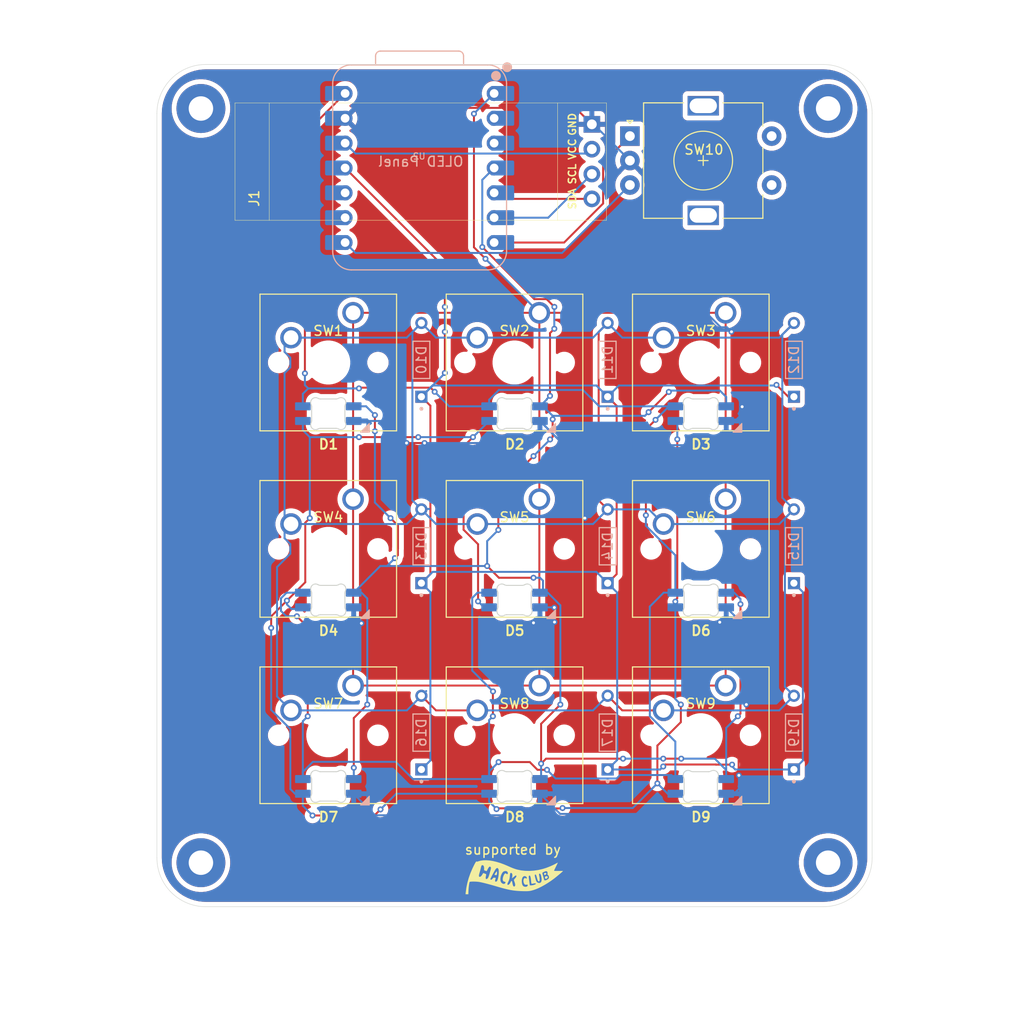
<source format=kicad_pcb>
(kicad_pcb (version 20241229) (generator "pcbnew") (generator_version "9.0")
  (layers (0 "F.Cu" signal) (2 "B.Cu" signal) (13 "F.Paste" user) (15 "B.Paste" user) (5 "F.SilkS" user "F.Silkscreen") (7 "B.SilkS" user "B.Silkscreen") (1 "F.Mask" user) (3 "B.Mask" user) (25 "Edge.Cuts" user))
  (net 0 "")
  (net 1 "GND")
  (net 2 "Net-(D1-DOUT)")
  (net 3 "/Row 0")
  (net 4 "+3.3V")
  (net 5 "/Row 1")
  (net 6 "Net-(D10-PadA)")
  (net 7 "+5V")
  (net 8 "/Row 2")
  (net 9 "/Col 0")
  (net 10 "/Col 1")
  (net 11 "/Col 2")
  (net 13 "/DIN")
  (net 14 "/SCL")
  (net 15 "/SDA")
  (net 16 "/OUT B")
  (net 17 "/OUT A")
  (footprint "MountingHole:MountingHole_2.5mm_Pad" (layer "F.Cu") (at 104.27 56.57125)
    (property "Reference" "H1" (hide yes))
    (property "Value" "MountingHole_Pad")
  )
  (footprint "main:SK6812MINI-E_fixed" (layer "F.Cu") (at 117.295 87.86225)
    (property "Reference" "D1")
    (property "Value" "SK6812MINI-E")
    (fp_line (start -1.699998 0.6) (end -1.699998 -0.805684) (stroke (width 0.1)) (layer "Edge.Cuts"))
    (fp_line (start -0.794451 -1.602841) (end 0.794454 -1.602841) (stroke (width 0.1)) (layer "Edge.Cuts"))
    (fp_line (start 0.794453 1.397158) (end -0.794451 1.397158) (stroke (width 0.1)) (layer "Edge.Cuts"))
    (fp_line (start 1.7 -0.805684) (end 1.7 0.6) (stroke (width 0.1)) (layer "Edge.Cuts"))
    (fp_arc (start -1.749483 -1.022562) (mid -1.712526 -0.91691) (end -1.699998 -0.805684) (stroke (width 0.1)) (layer "Edge.Cuts"))
    (fp_arc (start -1.749483 -1.022562) (mid -1.63807 -1.606877) (end -1.04671 -1.671141) (stroke (width 0.1)) (layer "Edge.Cuts"))
    (fp_arc (start -1.699998 0.600001) (mid -1.712526 0.711226) (end -1.749483 0.816878) (stroke (width 0.1)) (layer "Edge.Cuts"))
    (fp_arc (start -1.04671 1.465455) (mid -1.638069 1.401192) (end -1.749483 0.816878) (stroke (width 0.1)) (layer "Edge.Cuts"))
    (fp_arc (start -1.046709 1.465457) (mid -0.925121 1.414535) (end -0.794451 1.397158) (stroke (width 0.1)) (layer "Edge.Cuts"))
    (fp_arc (start -0.794452 -1.602842) (mid -0.925122 -1.620219) (end -1.04671 -1.671141) (stroke (width 0.1)) (layer "Edge.Cuts"))
    (fp_arc (start 0.794453 1.397158) (mid 0.925124 1.414535) (end 1.046712 1.465457) (stroke (width 0.1)) (layer "Edge.Cuts"))
    (fp_arc (start 1.046712 -1.67114) (mid 0.925124 -1.620218) (end 0.794454 -1.602841) (stroke (width 0.1)) (layer "Edge.Cuts"))
    (fp_arc (start 1.046712 -1.67114) (mid 1.638072 -1.606876) (end 1.749485 -1.022562) (stroke (width 0.1)) (layer "Edge.Cuts"))
    (fp_arc (start 1.7 -0.805685) (mid 1.712528 -0.91691) (end 1.749485 -1.022562) (stroke (width 0.1)) (layer "Edge.Cuts"))
    (fp_arc (start 1.749485 0.816877) (mid 1.638073 1.401193) (end 1.046712 1.465457) (stroke (width 0.1)) (layer "Edge.Cuts"))
    (fp_arc (start 1.749485 0.816878) (mid 1.712528 0.711226) (end 1.7 0.6) (stroke (width 0.1)) (layer "Edge.Cuts"))
  )
  (footprint "main:SK6812MINI-E_fixed" (layer "F.Cu") (at 136.345 87.86225)
    (property "Reference" "D2")
    (property "Value" "SK6812MINI-E")
    (fp_line (start -1.699998 0.6) (end -1.699998 -0.805684) (stroke (width 0.1)) (layer "Edge.Cuts"))
    (fp_line (start -0.794451 -1.602841) (end 0.794454 -1.602841) (stroke (width 0.1)) (layer "Edge.Cuts"))
    (fp_line (start 0.794453 1.397158) (end -0.794451 1.397158) (stroke (width 0.1)) (layer "Edge.Cuts"))
    (fp_line (start 1.7 -0.805684) (end 1.7 0.6) (stroke (width 0.1)) (layer "Edge.Cuts"))
    (fp_arc (start -1.749483 -1.022562) (mid -1.712526 -0.91691) (end -1.699998 -0.805684) (stroke (width 0.1)) (layer "Edge.Cuts"))
    (fp_arc (start -1.749483 -1.022562) (mid -1.63807 -1.606877) (end -1.04671 -1.671141) (stroke (width 0.1)) (layer "Edge.Cuts"))
    (fp_arc (start -1.699998 0.600001) (mid -1.712526 0.711226) (end -1.749483 0.816878) (stroke (width 0.1)) (layer "Edge.Cuts"))
    (fp_arc (start -1.04671 1.465455) (mid -1.638069 1.401192) (end -1.749483 0.816878) (stroke (width 0.1)) (layer "Edge.Cuts"))
    (fp_arc (start -1.046709 1.465457) (mid -0.925121 1.414535) (end -0.794451 1.397158) (stroke (width 0.1)) (layer "Edge.Cuts"))
    (fp_arc (start -0.794452 -1.602842) (mid -0.925122 -1.620219) (end -1.04671 -1.671141) (stroke (width 0.1)) (layer "Edge.Cuts"))
    (fp_arc (start 0.794453 1.397158) (mid 0.925124 1.414535) (end 1.046712 1.465457) (stroke (width 0.1)) (layer "Edge.Cuts"))
    (fp_arc (start 1.046712 -1.67114) (mid 0.925124 -1.620218) (end 0.794454 -1.602841) (stroke (width 0.1)) (layer "Edge.Cuts"))
    (fp_arc (start 1.046712 -1.67114) (mid 1.638072 -1.606876) (end 1.749485 -1.022562) (stroke (width 0.1)) (layer "Edge.Cuts"))
    (fp_arc (start 1.7 -0.805685) (mid 1.712528 -0.91691) (end 1.749485 -1.022562) (stroke (width 0.1)) (layer "Edge.Cuts"))
    (fp_arc (start 1.749485 0.816877) (mid 1.638073 1.401193) (end 1.046712 1.465457) (stroke (width 0.1)) (layer "Edge.Cuts"))
    (fp_arc (start 1.749485 0.816878) (mid 1.712528 0.711226) (end 1.7 0.6) (stroke (width 0.1)) (layer "Edge.Cuts"))
  )
  (footprint "MountingHole:MountingHole_2.5mm_Pad" (layer "F.Cu") (at 104.27 133.65725)
    (property "Reference" "H3" (hide yes))
    (property "Value" "MountingHole_Pad")
  )
  (footprint "Button_Switch_Keyboard:SW_Cherry_MX_1.00u_PCB" (layer "F.Cu") (at 157.935 96.50225)
    (property "Reference" "SW6")
    (property "Value" "SW_Push_45deg")
  )
  (footprint "Button_Switch_Keyboard:SW_Cherry_MX_1.00u_PCB" (layer "F.Cu") (at 138.885 96.50225)
    (property "Reference" "SW5")
    (property "Value" "SW_Push_45deg")
  )
  (footprint "Button_Switch_Keyboard:SW_Cherry_MX_1.00u_PCB" (layer "F.Cu") (at 157.935 115.55225)
    (property "Reference" "SW9")
    (property "Value" "SW_Push_45deg")
  )
  (footprint "main:SK6812MINI-E_fixed" (layer "F.Cu") (at 155.395 106.91225)
    (property "Reference" "D6")
    (property "Value" "SK6812MINI-E")
    (fp_line (start -1.699998 0.6) (end -1.699998 -0.805684) (stroke (width 0.1)) (layer "Edge.Cuts"))
    (fp_line (start -0.794451 -1.602841) (end 0.794454 -1.602841) (stroke (width 0.1)) (layer "Edge.Cuts"))
    (fp_line (start 0.794453 1.397158) (end -0.794451 1.397158) (stroke (width 0.1)) (layer "Edge.Cuts"))
    (fp_line (start 1.7 -0.805684) (end 1.7 0.6) (stroke (width 0.1)) (layer "Edge.Cuts"))
    (fp_arc (start -1.749483 -1.022562) (mid -1.712526 -0.91691) (end -1.699998 -0.805684) (stroke (width 0.1)) (layer "Edge.Cuts"))
    (fp_arc (start -1.749483 -1.022562) (mid -1.63807 -1.606877) (end -1.04671 -1.671141) (stroke (width 0.1)) (layer "Edge.Cuts"))
    (fp_arc (start -1.699998 0.600001) (mid -1.712526 0.711226) (end -1.749483 0.816878) (stroke (width 0.1)) (layer "Edge.Cuts"))
    (fp_arc (start -1.04671 1.465455) (mid -1.638069 1.401192) (end -1.749483 0.816878) (stroke (width 0.1)) (layer "Edge.Cuts"))
    (fp_arc (start -1.046709 1.465457) (mid -0.925121 1.414535) (end -0.794451 1.397158) (stroke (width 0.1)) (layer "Edge.Cuts"))
    (fp_arc (start -0.794452 -1.602842) (mid -0.925122 -1.620219) (end -1.04671 -1.671141) (stroke (width 0.1)) (layer "Edge.Cuts"))
    (fp_arc (start 0.794453 1.397158) (mid 0.925124 1.414535) (end 1.046712 1.465457) (stroke (width 0.1)) (layer "Edge.Cuts"))
    (fp_arc (start 1.046712 -1.67114) (mid 0.925124 -1.620218) (end 0.794454 -1.602841) (stroke (width 0.1)) (layer "Edge.Cuts"))
    (fp_arc (start 1.046712 -1.67114) (mid 1.638072 -1.606876) (end 1.749485 -1.022562) (stroke (width 0.1)) (layer "Edge.Cuts"))
    (fp_arc (start 1.7 -0.805685) (mid 1.712528 -0.91691) (end 1.749485 -1.022562) (stroke (width 0.1)) (layer "Edge.Cuts"))
    (fp_arc (start 1.749485 0.816877) (mid 1.638073 1.401193) (end 1.046712 1.465457) (stroke (width 0.1)) (layer "Edge.Cuts"))
    (fp_arc (start 1.749485 0.816878) (mid 1.712528 0.711226) (end 1.7 0.6) (stroke (width 0.1)) (layer "Edge.Cuts"))
  )
  (footprint "SSD1306:SSD1306-0.91-OLED-4pin-128x32" (layer "F.Cu") (at 107.754 55.99725)
    (property "Reference" "J1")
    (property "Value" "SSD1306")
  )
  (footprint "Button_Switch_Keyboard:SW_Cherry_MX_1.00u_PCB" (layer "F.Cu") (at 119.835 115.55225)
    (property "Reference" "SW7")
    (property "Value" "SW_Push_45deg")
  )
  (footprint "main:SK6812MINI-E_fixed" (layer "F.Cu") (at 155.395 125.96225)
    (property "Reference" "D9")
    (property "Value" "SK6812MINI-E")
    (fp_line (start -1.699998 0.6) (end -1.699998 -0.805684) (stroke (width 0.1)) (layer "Edge.Cuts"))
    (fp_line (start -0.794451 -1.602841) (end 0.794454 -1.602841) (stroke (width 0.1)) (layer "Edge.Cuts"))
    (fp_line (start 0.794453 1.397158) (end -0.794451 1.397158) (stroke (width 0.1)) (layer "Edge.Cuts"))
    (fp_line (start 1.7 -0.805684) (end 1.7 0.6) (stroke (width 0.1)) (layer "Edge.Cuts"))
    (fp_arc (start -1.749483 -1.022562) (mid -1.712526 -0.91691) (end -1.699998 -0.805684) (stroke (width 0.1)) (layer "Edge.Cuts"))
    (fp_arc (start -1.749483 -1.022562) (mid -1.63807 -1.606877) (end -1.04671 -1.671141) (stroke (width 0.1)) (layer "Edge.Cuts"))
    (fp_arc (start -1.699998 0.600001) (mid -1.712526 0.711226) (end -1.749483 0.816878) (stroke (width 0.1)) (layer "Edge.Cuts"))
    (fp_arc (start -1.04671 1.465455) (mid -1.638069 1.401192) (end -1.749483 0.816878) (stroke (width 0.1)) (layer "Edge.Cuts"))
    (fp_arc (start -1.046709 1.465457) (mid -0.925121 1.414535) (end -0.794451 1.397158) (stroke (width 0.1)) (layer "Edge.Cuts"))
    (fp_arc (start -0.794452 -1.602842) (mid -0.925122 -1.620219) (end -1.04671 -1.671141) (stroke (width 0.1)) (layer "Edge.Cuts"))
    (fp_arc (start 0.794453 1.397158) (mid 0.925124 1.414535) (end 1.046712 1.465457) (stroke (width 0.1)) (layer "Edge.Cuts"))
    (fp_arc (start 1.046712 -1.67114) (mid 0.925124 -1.620218) (end 0.794454 -1.602841) (stroke (width 0.1)) (layer "Edge.Cuts"))
    (fp_arc (start 1.046712 -1.67114) (mid 1.638072 -1.606876) (end 1.749485 -1.022562) (stroke (width 0.1)) (layer "Edge.Cuts"))
    (fp_arc (start 1.7 -0.805685) (mid 1.712528 -0.91691) (end 1.749485 -1.022562) (stroke (width 0.1)) (layer "Edge.Cuts"))
    (fp_arc (start 1.749485 0.816877) (mid 1.638073 1.401193) (end 1.046712 1.465457) (stroke (width 0.1)) (layer "Edge.Cuts"))
    (fp_arc (start 1.749485 0.816878) (mid 1.712528 0.711226) (end 1.7 0.6) (stroke (width 0.1)) (layer "Edge.Cuts"))
  )
  (footprint "main:SK6812MINI-E_fixed" (layer "F.Cu") (at 117.295 106.91225)
    (property "Reference" "D4")
    (property "Value" "SK6812MINI-E")
    (fp_line (start -1.699998 0.6) (end -1.699998 -0.805684) (stroke (width 0.1)) (layer "Edge.Cuts"))
    (fp_line (start -0.794451 -1.602841) (end 0.794454 -1.602841) (stroke (width 0.1)) (layer "Edge.Cuts"))
    (fp_line (start 0.794453 1.397158) (end -0.794451 1.397158) (stroke (width 0.1)) (layer "Edge.Cuts"))
    (fp_line (start 1.7 -0.805684) (end 1.7 0.6) (stroke (width 0.1)) (layer "Edge.Cuts"))
    (fp_arc (start -1.749483 -1.022562) (mid -1.712526 -0.91691) (end -1.699998 -0.805684) (stroke (width 0.1)) (layer "Edge.Cuts"))
    (fp_arc (start -1.749483 -1.022562) (mid -1.63807 -1.606877) (end -1.04671 -1.671141) (stroke (width 0.1)) (layer "Edge.Cuts"))
    (fp_arc (start -1.699998 0.600001) (mid -1.712526 0.711226) (end -1.749483 0.816878) (stroke (width 0.1)) (layer "Edge.Cuts"))
    (fp_arc (start -1.04671 1.465455) (mid -1.638069 1.401192) (end -1.749483 0.816878) (stroke (width 0.1)) (layer "Edge.Cuts"))
    (fp_arc (start -1.046709 1.465457) (mid -0.925121 1.414535) (end -0.794451 1.397158) (stroke (width 0.1)) (layer "Edge.Cuts"))
    (fp_arc (start -0.794452 -1.602842) (mid -0.925122 -1.620219) (end -1.04671 -1.671141) (stroke (width 0.1)) (layer "Edge.Cuts"))
    (fp_arc (start 0.794453 1.397158) (mid 0.925124 1.414535) (end 1.046712 1.465457) (stroke (width 0.1)) (layer "Edge.Cuts"))
    (fp_arc (start 1.046712 -1.67114) (mid 0.925124 -1.620218) (end 0.794454 -1.602841) (stroke (width 0.1)) (layer "Edge.Cuts"))
    (fp_arc (start 1.046712 -1.67114) (mid 1.638072 -1.606876) (end 1.749485 -1.022562) (stroke (width 0.1)) (layer "Edge.Cuts"))
    (fp_arc (start 1.7 -0.805685) (mid 1.712528 -0.91691) (end 1.749485 -1.022562) (stroke (width 0.1)) (layer "Edge.Cuts"))
    (fp_arc (start 1.749485 0.816877) (mid 1.638073 1.401193) (end 1.046712 1.465457) (stroke (width 0.1)) (layer "Edge.Cuts"))
    (fp_arc (start 1.749485 0.816878) (mid 1.712528 0.711226) (end 1.7 0.6) (stroke (width 0.1)) (layer "Edge.Cuts"))
  )
  (footprint "Button_Switch_Keyboard:SW_Cherry_MX_1.00u_PCB" (layer "F.Cu") (at 138.885 77.45225)
    (property "Reference" "SW2")
    (property "Value" "SW_Push_45deg")
  )
  (footprint "Rotary_Encoder:RotaryEncoder_Alps_EC11E-Switch_Vertical_H20mm" (layer "F.Cu") (at 148.145 59.39225)
    (property "Reference" "SW10")
    (property "Value" "RotaryEncoder_Switch" (hide yes))
  )
  (footprint "Button_Switch_Keyboard:SW_Cherry_MX_1.00u_PCB" (layer "F.Cu") (at 119.835 77.45225)
    (property "Reference" "SW1")
    (property "Value" "SW_Push_45deg")
  )
  (footprint "MountingHole:MountingHole_2.5mm_Pad" (layer "F.Cu") (at 168.42 133.65725)
    (property "Reference" "H4" (hide yes))
    (property "Value" "MountingHole_Pad")
  )
  (footprint "LOGO" (layer "F.Cu") (at 136.345 135.15725)
    (property "Reference" "G***" (hide yes))
    (property "Value" "LOGO" (hide yes))
  )
  (footprint "main:SK6812MINI-E_fixed" (layer "F.Cu") (at 136.345 125.96225)
    (property "Reference" "D8")
    (property "Value" "SK6812MINI-E")
    (fp_line (start -1.699998 0.6) (end -1.699998 -0.805684) (stroke (width 0.1)) (layer "Edge.Cuts"))
    (fp_line (start -0.794451 -1.602841) (end 0.794454 -1.602841) (stroke (width 0.1)) (layer "Edge.Cuts"))
    (fp_line (start 0.794453 1.397158) (end -0.794451 1.397158) (stroke (width 0.1)) (layer "Edge.Cuts"))
    (fp_line (start 1.7 -0.805684) (end 1.7 0.6) (stroke (width 0.1)) (layer "Edge.Cuts"))
    (fp_arc (start -1.749483 -1.022562) (mid -1.712526 -0.91691) (end -1.699998 -0.805684) (stroke (width 0.1)) (layer "Edge.Cuts"))
    (fp_arc (start -1.749483 -1.022562) (mid -1.63807 -1.606877) (end -1.04671 -1.671141) (stroke (width 0.1)) (layer "Edge.Cuts"))
    (fp_arc (start -1.699998 0.600001) (mid -1.712526 0.711226) (end -1.749483 0.816878) (stroke (width 0.1)) (layer "Edge.Cuts"))
    (fp_arc (start -1.04671 1.465455) (mid -1.638069 1.401192) (end -1.749483 0.816878) (stroke (width 0.1)) (layer "Edge.Cuts"))
    (fp_arc (start -1.046709 1.465457) (mid -0.925121 1.414535) (end -0.794451 1.397158) (stroke (width 0.1)) (layer "Edge.Cuts"))
    (fp_arc (start -0.794452 -1.602842) (mid -0.925122 -1.620219) (end -1.04671 -1.671141) (stroke (width 0.1)) (layer "Edge.Cuts"))
    (fp_arc (start 0.794453 1.397158) (mid 0.925124 1.414535) (end 1.046712 1.465457) (stroke (width 0.1)) (layer "Edge.Cuts"))
    (fp_arc (start 1.046712 -1.67114) (mid 0.925124 -1.620218) (end 0.794454 -1.602841) (stroke (width 0.1)) (layer "Edge.Cuts"))
    (fp_arc (start 1.046712 -1.67114) (mid 1.638072 -1.606876) (end 1.749485 -1.022562) (stroke (width 0.1)) (layer "Edge.Cuts"))
    (fp_arc (start 1.7 -0.805685) (mid 1.712528 -0.91691) (end 1.749485 -1.022562) (stroke (width 0.1)) (layer "Edge.Cuts"))
    (fp_arc (start 1.749485 0.816877) (mid 1.638073 1.401193) (end 1.046712 1.465457) (stroke (width 0.1)) (layer "Edge.Cuts"))
    (fp_arc (start 1.749485 0.816878) (mid 1.712528 0.711226) (end 1.7 0.6) (stroke (width 0.1)) (layer "Edge.Cuts"))
  )
  (footprint "Button_Switch_Keyboard:SW_Cherry_MX_1.00u_PCB" (layer "F.Cu") (at 157.935 77.45225)
    (property "Reference" "SW3")
    (property "Value" "SW_Push_45deg")
  )
  (footprint "Button_Switch_Keyboard:SW_Cherry_MX_1.00u_PCB" (layer "F.Cu") (at 138.885 115.55225)
    (property "Reference" "SW8")
    (property "Value" "SW_Push_45deg")
  )
  (footprint "MountingHole:MountingHole_2.5mm_Pad" (layer "F.Cu") (at 168.42 56.57125)
    (property "Reference" "H2" (hide yes))
    (property "Value" "MountingHole_Pad")
  )
  (footprint "main:SK6812MINI-E_fixed" (layer "F.Cu") (at 136.345 106.91225)
    (property "Reference" "D5")
    (property "Value" "SK6812MINI-E")
    (fp_line (start -1.699998 0.6) (end -1.699998 -0.805684) (stroke (width 0.1)) (layer "Edge.Cuts"))
    (fp_line (start -0.794451 -1.602841) (end 0.794454 -1.602841) (stroke (width 0.1)) (layer "Edge.Cuts"))
    (fp_line (start 0.794453 1.397158) (end -0.794451 1.397158) (stroke (width 0.1)) (layer "Edge.Cuts"))
    (fp_line (start 1.7 -0.805684) (end 1.7 0.6) (stroke (width 0.1)) (layer "Edge.Cuts"))
    (fp_arc (start -1.749483 -1.022562) (mid -1.712526 -0.91691) (end -1.699998 -0.805684) (stroke (width 0.1)) (layer "Edge.Cuts"))
    (fp_arc (start -1.749483 -1.022562) (mid -1.63807 -1.606877) (end -1.04671 -1.671141) (stroke (width 0.1)) (layer "Edge.Cuts"))
    (fp_arc (start -1.699998 0.600001) (mid -1.712526 0.711226) (end -1.749483 0.816878) (stroke (width 0.1)) (layer "Edge.Cuts"))
    (fp_arc (start -1.04671 1.465455) (mid -1.638069 1.401192) (end -1.749483 0.816878) (stroke (width 0.1)) (layer "Edge.Cuts"))
    (fp_arc (start -1.046709 1.465457) (mid -0.925121 1.414535) (end -0.794451 1.397158) (stroke (width 0.1)) (layer "Edge.Cuts"))
    (fp_arc (start -0.794452 -1.602842) (mid -0.925122 -1.620219) (end -1.04671 -1.671141) (stroke (width 0.1)) (layer "Edge.Cuts"))
    (fp_arc (start 0.794453 1.397158) (mid 0.925124 1.414535) (end 1.046712 1.465457) (stroke (width 0.1)) (layer "Edge.Cuts"))
    (fp_arc (start 1.046712 -1.67114) (mid 0.925124 -1.620218) (end 0.794454 -1.602841) (stroke (width 0.1)) (layer "Edge.Cuts"))
    (fp_arc (start 1.046712 -1.67114) (mid 1.638072 -1.606876) (end 1.749485 -1.022562) (stroke (width 0.1)) (layer "Edge.Cuts"))
    (fp_arc (start 1.7 -0.805685) (mid 1.712528 -0.91691) (end 1.749485 -1.022562) (stroke (width 0.1)) (layer "Edge.Cuts"))
    (fp_arc (start 1.749485 0.816877) (mid 1.638073 1.401193) (end 1.046712 1.465457) (stroke (width 0.1)) (layer "Edge.Cuts"))
    (fp_arc (start 1.749485 0.816878) (mid 1.712528 0.711226) (end 1.7 0.6) (stroke (width 0.1)) (layer "Edge.Cuts"))
  )
  (footprint "main:SK6812MINI-E_fixed" (layer "F.Cu") (at 117.295 125.96225)
    (property "Reference" "D7")
    (property "Value" "SK6812MINI-E")
    (fp_line (start -1.699998 0.6) (end -1.699998 -0.805684) (stroke (width 0.1)) (layer "Edge.Cuts"))
    (fp_line (start -0.794451 -1.602841) (end 0.794454 -1.602841) (stroke (width 0.1)) (layer "Edge.Cuts"))
    (fp_line (start 0.794453 1.397158) (end -0.794451 1.397158) (stroke (width 0.1)) (layer "Edge.Cuts"))
    (fp_line (start 1.7 -0.805684) (end 1.7 0.6) (stroke (width 0.1)) (layer "Edge.Cuts"))
    (fp_arc (start -1.749483 -1.022562) (mid -1.712526 -0.91691) (end -1.699998 -0.805684) (stroke (width 0.1)) (layer "Edge.Cuts"))
    (fp_arc (start -1.749483 -1.022562) (mid -1.63807 -1.606877) (end -1.04671 -1.671141) (stroke (width 0.1)) (layer "Edge.Cuts"))
    (fp_arc (start -1.699998 0.600001) (mid -1.712526 0.711226) (end -1.749483 0.816878) (stroke (width 0.1)) (layer "Edge.Cuts"))
    (fp_arc (start -1.04671 1.465455) (mid -1.638069 1.401192) (end -1.749483 0.816878) (stroke (width 0.1)) (layer "Edge.Cuts"))
    (fp_arc (start -1.046709 1.465457) (mid -0.925121 1.414535) (end -0.794451 1.397158) (stroke (width 0.1)) (layer "Edge.Cuts"))
    (fp_arc (start -0.794452 -1.602842) (mid -0.925122 -1.620219) (end -1.04671 -1.671141) (stroke (width 0.1)) (layer "Edge.Cuts"))
    (fp_arc (start 0.794453 1.397158) (mid 0.925124 1.414535) (end 1.046712 1.465457) (stroke (width 0.1)) (layer "Edge.Cuts"))
    (fp_arc (start 1.046712 -1.67114) (mid 0.925124 -1.620218) (end 0.794454 -1.602841) (stroke (width 0.1)) (layer "Edge.Cuts"))
    (fp_arc (start 1.046712 -1.67114) (mid 1.638072 -1.606876) (end 1.749485 -1.022562) (stroke (width 0.1)) (layer "Edge.Cuts"))
    (fp_arc (start 1.7 -0.805685) (mid 1.712528 -0.91691) (end 1.749485 -1.022562) (stroke (width 0.1)) (layer "Edge.Cuts"))
    (fp_arc (start 1.749485 0.816877) (mid 1.638073 1.401193) (end 1.046712 1.465457) (stroke (width 0.1)) (layer "Edge.Cuts"))
    (fp_arc (start 1.749485 0.816878) (mid 1.712528 0.711226) (end 1.7 0.6) (stroke (width 0.1)) (layer "Edge.Cuts"))
  )
  (footprint "Button_Switch_Keyboard:SW_Cherry_MX_1.00u_PCB" (layer "F.Cu") (at 119.835 96.50225)
    (property "Reference" "SW4")
    (property "Value" "SW_Push_45deg")
  )
  (footprint "main:SK6812MINI-E_fixed" (layer "F.Cu") (at 155.395 87.86225)
    (property "Reference" "D3")
    (property "Value" "SK6812MINI-E")
    (fp_line (start -1.699998 0.6) (end -1.699998 -0.805684) (stroke (width 0.1)) (layer "Edge.Cuts"))
    (fp_line (start -0.794451 -1.602841) (end 0.794454 -1.602841) (stroke (width 0.1)) (layer "Edge.Cuts"))
    (fp_line (start 0.794453 1.397158) (end -0.794451 1.397158) (stroke (width 0.1)) (layer "Edge.Cuts"))
    (fp_line (start 1.7 -0.805684) (end 1.7 0.6) (stroke (width 0.1)) (layer "Edge.Cuts"))
    (fp_arc (start -1.749483 -1.022562) (mid -1.712526 -0.91691) (end -1.699998 -0.805684) (stroke (width 0.1)) (layer "Edge.Cuts"))
    (fp_arc (start -1.749483 -1.022562) (mid -1.63807 -1.606877) (end -1.04671 -1.671141) (stroke (width 0.1)) (layer "Edge.Cuts"))
    (fp_arc (start -1.699998 0.600001) (mid -1.712526 0.711226) (end -1.749483 0.816878) (stroke (width 0.1)) (layer "Edge.Cuts"))
    (fp_arc (start -1.04671 1.465455) (mid -1.638069 1.401192) (end -1.749483 0.816878) (stroke (width 0.1)) (layer "Edge.Cuts"))
    (fp_arc (start -1.046709 1.465457) (mid -0.925121 1.414535) (end -0.794451 1.397158) (stroke (width 0.1)) (layer "Edge.Cuts"))
    (fp_arc (start -0.794452 -1.602842) (mid -0.925122 -1.620219) (end -1.04671 -1.671141) (stroke (width 0.1)) (layer "Edge.Cuts"))
    (fp_arc (start 0.794453 1.397158) (mid 0.925124 1.414535) (end 1.046712 1.465457) (stroke (width 0.1)) (layer "Edge.Cuts"))
    (fp_arc (start 1.046712 -1.67114) (mid 0.925124 -1.620218) (end 0.794454 -1.602841) (stroke (width 0.1)) (layer "Edge.Cuts"))
    (fp_arc (start 1.046712 -1.67114) (mid 1.638072 -1.606876) (end 1.749485 -1.022562) (stroke (width 0.1)) (layer "Edge.Cuts"))
    (fp_arc (start 1.7 -0.805685) (mid 1.712528 -0.91691) (end 1.749485 -1.022562) (stroke (width 0.1)) (layer "Edge.Cuts"))
    (fp_arc (start 1.749485 0.816877) (mid 1.638073 1.401193) (end 1.046712 1.465457) (stroke (width 0.1)) (layer "Edge.Cuts"))
    (fp_arc (start 1.749485 0.816878) (mid 1.712528 0.711226) (end 1.7 0.6) (stroke (width 0.1)) (layer "Edge.Cuts"))
  )
  (footprint "1N4148:DIOAD753W49L380D172B" (layer "B.Cu") (at 126.82 82.2635 90)
    (property "Reference" "D10")
    (property "Value" "1N4148")
  )
  (footprint "1N4148:DIOAD753W49L380D172B" (layer "B.Cu") (at 164.92 120.3635 90)
    (property "Reference" "D19")
    (property "Value" "1N4148")
  )
  (footprint "footprints:XIAO-RP2040-DIP" (layer "B.Cu") (at 126.639 62.65075 180)
    (property "Reference" "U2")
    (property "Value" "MOUDLE-SEEEDUINO-XIAO")
  )
  (footprint "1N4148:DIOAD753W49L380D172B" (layer "B.Cu") (at 145.87 101.3135 90)
    (property "Reference" "D14")
    (property "Value" "1N4148")
  )
  (footprint "1N4148:DIOAD753W49L380D172B" (layer "B.Cu") (at 126.82 101.3135 90)
    (property "Reference" "D13")
    (property "Value" "1N4148")
  )
  (footprint "1N4148:DIOAD753W49L380D172B" (layer "B.Cu") (at 145.87 82.2635 90)
    (property "Reference" "D11")
    (property "Value" "1N4148")
  )
  (footprint "1N4148:DIOAD753W49L380D172B" (layer "B.Cu") (at 145.87 120.3635 90)
    (property "Reference" "D17")
    (property "Value" "1N4148")
  )
  (footprint "1N4148:DIOAD753W49L380D172B" (layer "B.Cu") (at 164.92 82.2635 90)
    (property "Reference" "D12")
    (property "Value" "1N4148")
  )
  (footprint "1N4148:DIOAD753W49L380D172B" (layer "B.Cu") (at 164.92 101.3135 90)
    (property "Reference" "D15")
    (property "Value" "1N4148")
  )
  (footprint "1N4148:DIOAD753W49L380D172B" (layer "B.Cu") (at 126.82 120.3635 90)
    (property "Reference" "D16")
    (property "Value" "1N4148")
  )
  (gr_arc (start 99.77 57.07125) (mid 101.234466 53.535716) (end 104.77 52.07125) (stroke (width 0.05)) (layer "Edge.Cuts"))
  (gr_line (start 99.77 133.15725) (end 99.77 57.07125) (stroke (width 0.05)) (layer "Edge.Cuts"))
  (gr_arc (start 167.92 52.07125) (mid 171.455534 53.535716) (end 172.92 57.07125) (stroke (width 0.05)) (layer "Edge.Cuts"))
  (gr_line (start 167.92 138.15725) (end 104.77 138.15725) (stroke (width 0.05)) (layer "Edge.Cuts"))
  (gr_line (start 104.77 52.07125) (end 167.92 52.07125) (stroke (width 0.05)) (layer "Edge.Cuts"))
  (gr_arc (start 104.77 138.15725) (mid 101.234466 136.692784) (end 99.77 133.15725) (stroke (width 0.05)) (layer "Edge.Cuts"))
  (gr_arc (start 172.92 133.15725) (mid 171.455534 136.692784) (end 167.92 138.15725) (stroke (width 0.05)) (layer "Edge.Cuts"))
  (gr_line (start 172.92 57.07125) (end 172.92 133.15725) (stroke (width 0.05)) (layer "Edge.Cuts"))
  (gr_text "supported by" (at 131.172765 132.90725 0) (layer "F.SilkS") (effects (font (size 1 1)) (justify left bottom)))
  (segment (start 142.5745 56.50775) (end 120.082 56.50775) (width 0.2) (layer "F.Cu") (net 1))
  (segment (start 159.625 86.14225) (end 158.535 85.05225) (width 0.2) (layer "F.Cu") (net 1))
  (segment (start 159.293656 124.732) (end 159.265 124.703344) (width 0.2) (layer "F.Cu") (net 1))
  (segment (start 160.055 118.832193) (end 160.055 117.49225) (width 0.2) (layer "F.Cu") (net 1))
  (segment (start 138.235 109.19225) (end 138.285 109.14225) (width 0.2) (layer "F.Cu") (net 1))
  (segment (start 140.415736 107.578672) (end 143.535 104.459408) (width 0.2) (layer "F.Cu") (net 1))
  (segment (start 125.3 90.76225) (end 127.14 90.76225) (width 0.2) (layer "F.Cu") (net 1))
  (segment (start 120.685 109.19225) (end 138.235 109.19225) (width 0.2) (layer "F.Cu") (net 1))
  (segment (start 159.265 119.622193) (end 160.055 118.832193) (width 0.2) (layer "F.Cu") (net 1))
  (segment (start 144.254 58.18725) (end 142.5745 56.50775) (width 0.2) (layer "F.Cu") (net 1))
  (segment (start 140.435 109.06225) (end 157.320227 109.06225) (width 0.2) (layer "F.Cu") (net 1))
  (segment (start 158.535 85.05225) (end 158.535 79.39225) (width 0.2) (layer "F.Cu") (net 1))
  (segment (start 120.082 56.50775) (end 119.019 57.57075) (width 0.2) (layer "F.Cu") (net 1))
  (segment (start 159.625 87.05225) (end 159.625 86.14225) (width 0.2) (layer "F.Cu") (net 1))
  (segment (start 143.535 104.459408) (end 143.535 98.44225) (width 0.2) (layer "F.Cu") (net 1))
  (segment (start 159.265 124.703344) (end 159.265 119.622193) (width 0.2) (layer "F.Cu") (net 1))
  (segment (start 157.320227 109.06225) (end 157.335 109.077023) (width 0.2) (layer "F.Cu") (net 1))
  (via (at 159.293656 124.732) (size 0.6) (drill 0.3) (layers "F.Cu" "B.Cu") (net 1))
  (via (at 158.535 79.39225) (size 0.6) (drill 0.3) (layers "F.Cu" "B.Cu") (net 1))
  (via (at 140.415736 107.578672) (size 0.6) (drill 0.3) (layers "F.Cu" "B.Cu") (net 1))
  (via (at 138.285 109.14225) (size 0.6) (drill 0.3) (layers "F.Cu" "B.Cu") (net 1))
  (via (at 127.14 90.76225) (size 0.6) (drill 0.3) (layers "F.Cu" "B.Cu") (net 1))
  (via (at 143.535 98.44225) (size 0.6) (drill 0.3) (layers "F.Cu" "B.Cu") (net 1))
  (via (at 120.685 109.19225) (size 0.6) (drill 0.3) (layers "F.Cu" "B.Cu") (net 1))
  (via (at 125.3 90.76225) (size 0.6) (drill 0.3) (layers "F.Cu" "B.Cu") (net 1))
  (via (at 140.435 109.06225) (size 0.6) (drill 0.3) (layers "F.Cu" "B.Cu") (net 1))
  (via (at 157.335 109.077023) (size 0.6) (drill 0.3) (layers "F.Cu" "B.Cu") (net 1))
  (via (at 159.625 87.05225) (size 0.6) (drill 0.3) (layers "F.Cu" "B.Cu") (net 1))
  (via (at 160.055 117.49225) (size 0.6) (drill 0.3) (layers "F.Cu" "B.Cu") (net 1))
  (segment (start 138.945001 90.012249) (end 138.945001 88.509408) (width 0.2) (layer "B.Cu") (net 1))
  (segment (start 157.405 90.98225) (end 157.995001 90.392249) (width 0.2) (layer "B.Cu") (net 1))
  (segment (start 141.417843 90.98225) (end 157.405 90.98225) (width 0.2) (layer "B.Cu") (net 1))
  (segment (start 143.535 93.099407) (end 138.945001 88.509408) (width 0.2) (layer "B.Cu") (net 1))
  (segment (start 157.085 128.67225) (end 141.007843 128.67225) (width 0.2) (layer "B.Cu") (net 1))
  (segment (start 158.897842 88.509408) (end 157.995001 88.509408) (width 0.2) (layer "B.Cu") (net 1))
  (segment (start 158.075 78.93225) (end 157.433686 78.93225) (width 0.2) (layer "B.Cu") (net 1))
  (segment (start 138.035 128.81225) (end 138.945001 127.902249) (width 0.2) (layer "B.Cu") (net 1))
  (segment (start 138.945001 108.482249) (end 138.945001 107.559408) (width 0.2) (layer "B.Cu") (net 1))
  (segment (start 139.525002 109.06225) (end 138.945001 108.482249) (width 0.2) (layer "B.Cu") (net 1))
  (segment (start 157.433686 78.93225) (end 149.446 70.944564) (width 0.2) (layer "B.Cu") (net 1))
  (segment (start 158.795001 126.609408) (end 159.293656 126.110753) (width 0.2) (layer "B.Cu") (net 1))
  (segment (start 157.995001 108.417022) (end 157.995001 107.559408) (width 0.2) (layer "B.Cu") (net 1))
  (segment (start 119.895001 108.402251) (end 120.685 109.19225) (width 0.2) (layer "B.Cu") (net 1))
  (segment (start 138.945001 127.902249) (end 138.945001 126.609408) (width 0.2) (layer "B.Cu") (net 1))
  (segment (start 119.895001 88.509408) (end 123.047158 88.509408) (width 0.2) (layer "B.Cu") (net 1))
  (segment (start 157.995001 126.609408) (end 157.995001 127.762249) (width 0.2) (layer "B.Cu") (net 1))
  (segment (start 157.335 109.077023) (end 157.995001 108.417022) (width 0.2) (layer "B.Cu") (net 1))
  (segment (start 138.285 109.14225) (end 138.945001 108.482249) (width 0.2) (layer "B.Cu") (net 1))
  (segment (start 140.396472 107.559408) (end 140.415736 107.578672) (width 0.2) (layer "B.Cu") (net 1))
  (segment (start 138.195 90.76225) (end 138.945001 90.012249) (width 0.2) (layer "B.Cu") (net 1))
  (segment (start 119.895001 126.609408) (end 119.882158 126.609408) (width 0.2) (layer "B.Cu") (net 1))
  (segment (start 144.254 58.18725) (end 144.44 58.18725) (width 0.2) (layer "B.Cu") (net 1))
  (segment (start 138.945001 88.509408) (end 141.417843 90.98225) (width 0.2) (layer "B.Cu") (net 1))
  (segment (start 143.535 98.44225) (end 143.535 93.099407) (width 0.2) (layer "B.Cu") (net 1))
  (segment (start 159.293656 126.110753) (end 159.293656 124.732) (width 0.2) (layer "B.Cu") (net 1))
  (segment (start 157.995001 126.609408) (end 158.795001 126.609408) (width 0.2) (layer "B.Cu") (net 1))
  (segment (start 160.055 117.49225) (end 160.055 109.619407) (width 0.2) (layer "B.Cu") (net 1))
  (segment (start 157.995001 127.762249) (end 157.085 128.67225) (width 0.2) (layer "B.Cu") (net 1))
  (segment (start 149.446 63.19325) (end 148.145 61.89225) (width 0.2) (layer "B.Cu") (net 1))
  (segment (start 160.055 109.619407) (end 157.995001 107.559408) (width 0.2) (layer "B.Cu") (net 1))
  (segment (start 123.047158 88.509408) (end 125.3 90.76225) (width 0.2) (layer "B.Cu") (net 1))
  (segment (start 138.945001 107.559408) (end 140.396472 107.559408) (width 0.2) (layer "B.Cu") (net 1))
  (segment (start 149.446 70.944564) (end 149.446 63.19325) (width 0.2) (layer "B.Cu") (net 1))
  (segment (start 159.625 87.05225) (end 159.625 87.78225) (width 0.2) (layer "B.Cu") (net 1))
  (segment (start 157.995001 90.392249) (end 157.995001 88.509408) (width 0.2) (layer "B.Cu") (net 1))
  (segment (start 119.882158 126.609408) (end 122.085 128.81225) (width 0.2) (layer "B.Cu") (net 1))
  (segment (start 144.44 58.18725) (end 148.145 61.89225) (width 0.2) (layer "B.Cu") (net 1))
  (segment (start 141.007843 128.67225) (end 138.945001 126.609408) (width 0.2) (layer "B.Cu") (net 1))
  (segment (start 122.085 128.81225) (end 138.035 128.81225) (width 0.2) (layer "B.Cu") (net 1))
  (segment (start 158.535 79.39225) (end 158.075 78.93225) (width 0.2) (layer "B.Cu") (net 1))
  (segment (start 127.14 90.76225) (end 138.195 90.76225) (width 0.2) (layer "B.Cu") (net 1))
  (segment (start 140.435 109.06225) (end 139.525002 109.06225) (width 0.2) (layer "B.Cu") (net 1))
  (segment (start 119.895001 107.559408) (end 119.895001 108.402251) (width 0.2) (layer "B.Cu") (net 1))
  (segment (start 159.625 87.78225) (end 158.897842 88.509408) (width 0.2) (layer "B.Cu") (net 1))
  (segment (start 131.134 99.622564) (end 131.134 91.120409) (width 0.2) (layer "F.Cu") (net 2))
  (segment (start 152.795 106.818025) (end 152.995 106.618025) (width 0.2) (layer "F.Cu") (net 2))
  (segment (start 153.355 117.49225) (end 153.355 119.29072) (width 0.2) (layer "F.Cu") (net 2))
  (segment (start 126.5 90.16225) (end 120.435 90.16225) (width 0.2) (layer "F.Cu") (net 2))
  (segment (start 153.355 119.29072) (end 150.955 121.69072) (width 0.2) (layer "F.Cu") (net 2))
  (segment (start 137.665 128.10225) (end 137.675 128.11225) (width 0.2) (layer "F.Cu") (net 2))
  (segment (start 122.016488 128.83225) (end 115.685 128.83225) (width 0.2) (layer "F.Cu") (net 2))
  (segment (start 141.215 128.11225) (end 141.255686 128.071564) (width 0.2) (layer "F.Cu") (net 2))
  (segment (start 134.501562 128.176529) (end 134.52632 128.176529) (width 0.2) (layer "F.Cu") (net 2))
  (segment (start 111.455 108.48078) (end 113.064265 106.871515) (width 0.2) (layer "F.Cu") (net 2))
  (segment (start 111.455 109.66225) (end 111.455 108.48078) (width 0.2) (layer "F.Cu") (net 2))
  (segment (start 113.064265 106.871515) (end 114.944 104.99178) (width 0.2) (layer "F.Cu") (net 2))
  (segment (start 132.615 101.103564) (end 131.134 99.622564) (width 0.2) (layer "F.Cu") (net 2))
  (segment (start 122.636488 128.21225) (end 122.016488 128.83225) (width 0.2) (layer "F.Cu") (net 2))
  (segment (start 137.675 128.11225) (end 141.215 128.11225) (width 0.2) (layer "F.Cu") (net 2))
  (segment (start 114.944 98.90325) (end 115.405 98.44225) (width 0.2) (layer "F.Cu") (net 2))
  (segment (start 131.134 91.120409) (end 132.092159 90.16225) (width 0.2) (layer "F.Cu") (net 2))
  (segment (start 132.615 106.946515) (end 132.615 101.103564) (width 0.2) (layer "F.Cu") (net 2))
  (segment (start 152.795 106.969408) (end 152.795 106.818025) (width 0.2) (layer "F.Cu") (net 2))
  (segment (start 134.600599 128.10225) (end 137.665 128.10225) (width 0.2) (layer "F.Cu") (net 2))
  (segment (start 150.955 121.69072) (end 150.955 125.55225) (width 0.2) (layer "F.Cu") (net 2))
  (segment (start 114.944 104.99178) (end 114.944 98.90325) (width 0.2) (layer "F.Cu") (net 2))
  (segment (start 152.995 106.618025) (end 152.995 90.38225) (width 0.2) (layer "F.Cu") (net 2))
  (segment (start 134.52632 128.176529) (end 134.600599 128.10225) (width 0.2) (layer "F.Cu") (net 2))
  (via (at 113.064265 106.871515) (size 0.6) (drill 0.3) (layers "F.Cu" "B.Cu") (net 2))
  (via (at 152.995 90.38225) (size 0.6) (drill 0.3) (layers "F.Cu" "B.Cu") (net 2))
  (via (at 150.955 125.55225) (size 0.6) (drill 0.3) (layers "F.Cu" "B.Cu") (net 2))
  (via (at 122.636488 128.21225) (size 0.6) (drill 0.3) (layers "F.Cu" "B.Cu") (net 2))
  (via (at 115.405 98.44225) (size 0.6) (drill 0.3) (layers "F.Cu" "B.Cu") (net 2))
  (via (at 120.435 90.16225) (size 0.6) (drill 0.3) (layers "F.Cu" "B.Cu") (net 2))
  (via (at 134.501562 128.176529) (size 0.6) (drill 0.3) (layers "F.Cu" "B.Cu") (net 2))
  (via (at 153.355 117.49225) (size 0.6) (drill 0.3) (layers "F.Cu" "B.Cu") (net 2))
  (via (at 141.255686 128.071564) (size 0.6) (drill 0.3) (layers "F.Cu" "B.Cu") (net 2))
  (via (at 111.455 109.66225) (size 0.6) (drill 0.3) (layers "F.Cu" "B.Cu") (net 2))
  (via (at 126.5 90.16225) (size 0.6) (drill 0.3) (layers "F.Cu" "B.Cu") (net 2))
  (via (at 132.615 106.946515) (size 0.6) (drill 0.3) (layers "F.Cu" "B.Cu") (net 2))
  (via (at 132.092159 90.16225) (size 0.6) (drill 0.3) (layers "F.Cu" "B.Cu") (net 2))
  (via (at 152.795 106.969408) (size 0.6) (drill 0.3) (layers "F.Cu" "B.Cu") (net 2))
  (via (at 115.685 128.83225) (size 0.6) (drill 0.3) (layers "F.Cu" "B.Cu") (net 2))
  (segment (start 113.416 126.130407) (end 113.416 120.004564) (width 0.2) (layer "B.Cu") (net 2))
  (segment (start 115.405 90.16225) (end 114.695001 89.452251) (width 0.2) (layer "B.Cu") (net 2))
  (segment (start 152.012158 126.609408) (end 152.795001 126.609408) (width 0.2) (layer "B.Cu") (net 2))
  (segment (start 152.795001 116.932251) (end 153.355 117.49225) (width 0.2) (layer "B.Cu") (net 2))
  (segment (start 152.995 88.709407) (end 152.795001 88.509408) (width 0.2) (layer "B.Cu") (net 2))
  (segment (start 114.532159 107.72225) (end 114.695001 107.559408) (width 0.2) (layer "B.Cu") (net 2))
  (segment (start 133.227893 107.559408) (end 132.615 106.946515) (width 0.2) (layer "B.Cu") (net 2))
  (segment (start 133.745001 107.559408) (end 133.227893 107.559408) (width 0.2) (layer "B.Cu") (net 2))
  (segment (start 133.745001 126.609408) (end 124.23933 126.609408) (width 0.2) (layer "B.Cu") (net 2))
  (segment (start 113.525 107.72225) (end 114.532159 107.72225) (width 0.2) (layer "B.Cu") (net 2))
  (segment (start 150.955 125.55225) (end 152.012158 126.609408) (width 0.2) (layer "B.Cu") (net 2))
  (segment (start 111.455 118.043564) (end 111.455 109.66225) (width 0.2) (layer "B.Cu") (net 2))
  (segment (start 114.695001 127.842251) (end 114.695001 126.609408) (width 0.2) (layer "B.Cu") (net 2))
  (segment (start 134.501562 128.167199) (end 133.745 127.410637) (width 0.2) (layer "B.Cu") (net 2))
  (segment (start 115.405 90.16225) (end 115.405 98.44225) (width 0.2) (layer "B.Cu") (net 2))
  (segment (start 120.435 90.16225) (end 115.405 90.16225) (width 0.2) (layer "B.Cu") (net 2))
  (segment (start 132.092159 90.16225) (end 126.5 90.16225) (width 0.2) (layer "B.Cu") (net 2))
  (segment (start 114.695001 89.452251) (end 114.695001 88.509408) (width 0.2) (layer "B.Cu") (net 2))
  (segment (start 133.745 127.410637) (end 133.745 126.609409) (width 0.2) (layer "B.Cu") (net 2))
  (segment (start 113.895001 126.609408) (end 113.416 126.130407) (width 0.2) (layer "B.Cu") (net 2))
  (segment (start 115.685 128.83225) (end 114.695001 127.842251) (width 0.2) (layer "B.Cu") (net 2))
  (segment (start 148.435686 128.071564) (end 141.255686 128.071564) (width 0.2) (layer "B.Cu") (net 2))
  (segment (start 150.955 125.55225) (end 148.435686 128.071564) (width 0.2) (layer "B.Cu") (net 2))
  (segment (start 152.995 90.38225) (end 152.995 88.709407) (width 0.2) (layer "B.Cu") (net 2))
  (segment (start 113.064265 106.871515) (end 113.064265 107.261515) (width 0.2) (layer "B.Cu") (net 2))
  (segment (start 113.416 120.004564) (end 111.455 118.043564) (width 0.2) (layer "B.Cu") (net 2))
  (segment (start 124.23933 126.609408) (end 122.636488 128.21225) (width 0.2) (layer "B.Cu") (net 2))
  (segment (start 134.501562 128.176529) (end 134.501562 128.167199) (width 0.2) (layer "B.Cu") (net 2))
  (segment (start 152.795 107.559407) (end 152.795001 107.559408) (width 0.2) (layer "B.Cu") (net 2))
  (segment (start 152.795001 107.559408) (end 152.795001 116.932251) (width 0.2) (layer "B.Cu") (net 2))
  (segment (start 133.745001 88.509408) (end 132.092159 90.16225) (width 0.2) (layer "B.Cu") (net 2))
  (segment (start 152.795 106.969408) (end 152.795 107.559407) (width 0.2) (layer "B.Cu") (net 2))
  (segment (start 133.745 126.609409) (end 133.745001 126.609408) (width 0.2) (layer "B.Cu") (net 2))
  (segment (start 114.695001 126.609408) (end 113.895001 126.609408) (width 0.2) (layer "B.Cu") (net 2))
  (segment (start 113.064265 107.261515) (end 113.525 107.72225) (width 0.2) (layer "B.Cu") (net 2))
  (segment (start 126.82 86.032) (end 127.74 86.952) (width 0.2) (layer "F.Cu") (net 3))
  (segment (start 164.34475 86.032) (end 164.92 86.032) (width 0.2) (layer "F.Cu") (net 3))
  (segment (start 156.955 123.63225) (end 156.945 123.62225) (width 0.2) (layer "F.Cu") (net 3))
  (segment (start 146.79 86.952) (end 146.79 104.162) (width 0.2) (layer "F.Cu") (net 3))
  (segment (start 158.595001 123.63225) (end 156.955 123.63225) (width 0.2) (layer "F.Cu") (net 3))
  (segment (start 127.74 104.162) (end 126.82 105.082) (width 0.2) (layer "F.Cu") (net 3))
  (segment (start 163.135 84.82225) (end 164.34475 86.032) (width 0.2) (layer "F.Cu") (net 3))
  (segment (start 129.215 72.84675) (end 129.215 76.85225) (width 0.2) (layer "F.Cu") (net 3))
  (segment (start 119.019 62.65075) (end 129.215 72.84675) (width 0.2) (layer "F.Cu") (net 3))
  (segment (start 145.87 86.032) (end 146.79 86.952) (width 0.2) (layer "F.Cu") (net 3))
  (segment (start 151.755003 123.62225) (end 151.555 123.822253) (width 0.2) (layer "F.Cu") (net 3))
  (segment (start 129.215 83.60225) (end 129.215 79.39225) (width 0.2) (layer "F.Cu") (net 3))
  (segment (start 127.74 86.952) (end 127.74 104.162) (width 0.2) (layer "F.Cu") (net 3))
  (segment (start 156.945 123.62225) (end 151.755003 123.62225) (width 0.2) (layer "F.Cu") (net 3))
  (segment (start 146.79 104.162) (end 145.87 105.082) (width 0.2) (layer "F.Cu") (net 3))
  (via (at 129.215 79.39225) (size 0.6) (drill 0.3) (layers "F.Cu" "B.Cu") (net 3))
  (via (at 129.215 83.60225) (size 0.6) (drill 0.3) (layers "F.Cu" "B.Cu") (net 3))
  (via (at 129.215 76.85225) (size 0.6) (drill 0.3) (layers "F.Cu" "B.Cu") (net 3))
  (via (at 151.555 123.822253) (size 0.6) (drill 0.3) (layers "F.Cu" "B.Cu") (net 3))
  (via (at 158.595001 123.63225) (size 0.6) (drill 0.3) (layers "F.Cu" "B.Cu") (net 3))
  (via (at 163.135 84.82225) (size 0.6) (drill 0.3) (layers "F.Cu" "B.Cu") (net 3))
  (segment (start 126.82 124.132) (end 127.74 123.212) (width 0.2) (layer "B.Cu") (net 3))
  (segment (start 126.82 86.032) (end 127.872375 84.979625) (width 0.2) (layer "B.Cu") (net 3))
  (segment (start 127.96875 103.93325) (end 144.72125 103.93325) (width 0.2) (layer "B.Cu") (net 3))
  (segment (start 127.74 123.212) (end 127.74 106.002) (width 0.2) (layer "B.Cu") (net 3))
  (segment (start 146.845 106.057) (end 145.87 105.082) (width 0.2) (layer "B.Cu") (net 3))
  (segment (start 158.595001 123.804224) (end 158.922777 124.132) (width 0.2) (layer "B.Cu") (net 3))
  (segment (start 129.215 83.60225) (end 129.05975 83.7575) (width 0.2) (layer "B.Cu") (net 3))
  (segment (start 144.72125 103.93325) (end 145.87 105.082) (width 0.2) (layer "B.Cu") (net 3))
  (segment (start 151.555 123.822253) (end 151.245253 124.132) (width 0.2) (layer "B.Cu") (net 3))
  (segment (start 158.922777 124.132) (end 164.92 124.132) (width 0.2) (layer "B.Cu") (net 3))
  (segment (start 165.84 106.002) (end 165.84 123.212) (width 0.2) (layer "B.Cu") (net 3))
  (segment (start 127.96875 84.88325) (end 144.72125 84.88325) (width 0.2) (layer "B.Cu") (net 3))
  (segment (start 145.87 86.032) (end 147.01875 84.88325) (width 0.2) (layer "B.Cu") (net 3))
  (segment (start 129.215 76.85225) (end 129.215 79.39225) (width 0.2) (layer "B.Cu") (net 3))
  (segment (start 129.05975 83.7575) (end 129.05975 83.79225) (width 0.2) (layer "B.Cu") (net 3))
  (segment (start 158.595001 123.63225) (end 158.595001 123.804224) (width 0.2) (layer "B.Cu") (net 3))
  (segment (start 151.245253 124.132) (end 145.87 124.132) (width 0.2) (layer "B.Cu") (net 3))
  (segment (start 145.87 124.132) (end 146.845 123.157) (width 0.2) (layer "B.Cu") (net 3))
  (segment (start 164.92 105.082) (end 165.84 106.002) (width 0.2) (layer "B.Cu") (net 3))
  (segment (start 146.845 123.157) (end 146.845 106.057) (width 0.2) (layer "B.Cu") (net 3))
  (segment (start 165.84 123.212) (end 164.92 124.132) (width 0.2) (layer "B.Cu") (net 3))
  (segment (start 129.05975 83.79225) (end 126.82 86.032) (width 0.2) (layer "B.Cu") (net 3))
  (segment (start 163.074 84.88325) (end 163.135 84.82225) (width 0.2) (layer "B.Cu") (net 3))
  (segment (start 147.01875 84.88325) (end 163.074 84.88325) (width 0.2) (layer "B.Cu") (net 3))
  (segment (start 127.872375 84.979625) (end 127.96875 84.88325) (width 0.2) (layer "B.Cu") (net 3))
  (segment (start 126.82 105.082) (end 127.96875 103.93325) (width 0.2) (layer "B.Cu") (net 3))
  (segment (start 127.74 106.002) (end 126.82 105.082) (width 0.2) (layer "B.Cu") (net 3))
  (segment (start 127.96975 84.88225) (end 126.82 86.032) (width 0.2) (layer "B.Cu") (net 3))
  (segment (start 144.72125 84.88325) (end 145.87 86.032) (width 0.2) (layer "B.Cu") (net 3))
  (segment (start 119.019 60.11075) (end 120.082 61.17375) (width 0.2) (layer "B.Cu") (net 4))
  (segment (start 143.8075 61.17375) (end 144.254 60.72725) (width 0.2) (layer "B.Cu") (net 4))
  (segment (start 120.082 61.17375) (end 143.8075 61.17375) (width 0.2) (layer "B.Cu") (net 4))
  (segment (start 128.31725 118.09225) (end 126.82 116.595) (width 0.2) (layer "F.Cu") (net 6))
  (segment (start 145.87 78.495) (end 144.95 79.415) (width 0.2) (layer "F.Cu") (net 6))
  (segment (start 113.485 99.04225) (end 113.535 99.04225) (width 0.2) (layer "F.Cu") (net 6))
  (segment (start 132.535 118.09225) (end 128.31725 118.09225) (width 0.2) (layer "F.Cu") (net 6))
  (segment (start 151.585 118.09225) (end 147.36725 118.09225) (width 0.2) (layer "F.Cu") (net 6))
  (segment (start 144.95 79.415) (end 144.95 96.625) (width 0.2) (layer "F.Cu") (net 6))
  (segment (start 113.535 99.04225) (end 113.865 98.71225) (width 0.2) (layer "F.Cu") (net 6))
  (segment (start 144.95 96.625) (end 145.87 97.545) (width 0.2) (layer "F.Cu") (net 6))
  (segment (start 164.92 78.495) (end 164 79.415) (width 0.2) (layer "F.Cu") (net 6))
  (segment (start 147.36725 118.09225) (end 145.87 116.595) (width 0.2) (layer "F.Cu") (net 6))
  (segment (start 112.825 83.62072) (end 113.416 83.02972) (width 0.2) (layer "B.Cu") (net 6))
  (segment (start 113.485 99.04225) (end 125.32275 99.04225) (width 0.2) (layer "B.Cu") (net 6))
  (segment (start 145.87 78.495) (end 144.95 79.415) (width 0.2) (layer "B.Cu") (net 6))
  (segment (start 151.585 79.99225) (end 163.42275 79.99225) (width 0.2) (layer "B.Cu") (net 6))
  (segment (start 151.585 99.04225) (end 150.08775 97.545) (width 0.2) (layer "B.Cu") (net 6))
  (segment (start 164 115.675) (end 164 98.465) (width 0.2) (layer "B.Cu") (net 6))
  (segment (start 163.42275 99.04225) (end 164.92 97.545) (width 0.2) (layer "B.Cu") (net 6))
  (segment (start 113.416 82.03478) (end 112.825 81.44378) (width 0.2) (layer "B.Cu") (net 6))
  (segment (start 125.32275 99.04225) (end 126.82 97.545) (width 0.2) (layer "B.Cu") (net 6))
  (segment (start 125.335 118.09225) (end 127.315 116.11225) (width 0.2) (layer "B.Cu") (net 6))
  (segment (start 112.825 80.65225) (end 113.485 79.99225) (width 0.2) (layer "B.Cu") (net 6))
  (segment (start 113.485 79.99225) (end 125.32275 79.99225) (width 0.2) (layer "B.Cu") (net 6))
  (segment (start 113.416 101.08478) (end 112.825 100.49378) (width 0.2) (layer "B.Cu") (net 6))
  (segment (start 132.535 118.09225) (end 144.37275 118.09225) (width 0.2) (layer "B.Cu") (net 6))
  (segment (start 112.055 103.44072) (end 113.416 102.07972) (width 0.2) (layer "B.Cu") (net 6))
  (segment (start 150.08775 97.545) (end 145.87 97.545) (width 0.2) (layer "B.Cu") (net 6))
  (segment (start 126.86275 97.50225) (end 127.635 97.50225) (width 0.2) (layer "B.Cu") (net 6))
  (segment (start 113.416 102.07972) (end 113.416 101.08478) (width 0.2) (layer "B.Cu") (net 6))
  (segment (start 151.585 79.99225) (end 147.36725 79.99225) (width 0.2) (layer "B.Cu") (net 6))
  (segment (start 163.735 96.36) (end 164.92 97.545) (width 0.2) (layer "B.Cu") (net 6))
  (segment (start 163.735 79.68) (end 163.735 96.36) (width 0.2) (layer "B.Cu") (net 6))
  (segment (start 112.825 81.44378) (end 112.825 80.65225) (width 0.2) (layer "B.Cu") (net 6))
  (segment (start 125.9 96.625) (end 126.82 97.545) (width 0.2) (layer "B.Cu") (net 6))
  (segment (start 164 98.465) (end 164.92 97.545) (width 0.2) (layer "B.Cu") (net 6))
  (segment (start 125.9 79.415) (end 125.9 96.625) (width 0.2) (layer "B.Cu") (net 6))
  (segment (start 113.416 83.02972) (end 113.416 82.03478) (width 0.2) (layer "B.Cu") (net 6))
  (segment (start 128.31725 79.99225) (end 126.82 78.495) (width 0.2) (layer "B.Cu") (net 6))
  (segment (start 164.92 78.495) (end 163.735 79.68) (width 0.2) (layer "B.Cu") (net 6))
  (segment (start 164.92 116.595) (end 164 115.675) (width 0.2) (layer "B.Cu") (net 6))
  (segment (start 128.31725 99.04225) (end 126.82 97.545) (width 0.2) (layer "B.Cu") (net 6))
  (segment (start 125.32275 79.99225) (end 126.82 78.495) (width 0.2) (layer "B.Cu") (net 6))
  (segment (start 113.485 118.09225) (end 125.335 118.09225) (width 0.2) (layer "B.Cu") (net 6))
  (segment (start 132.535 99.04225) (end 144.37275 99.04225) (width 0.2) (layer "B.Cu") (net 6))
  (segment (start 126.82 97.545) (end 126.86275 97.50225) (width 0.2) (layer "B.Cu") (net 6))
  (segment (start 163.42275 118.09225) (end 164.92 116.595) (width 0.2) (layer "B.Cu") (net 6))
  (segment (start 112.055 116.66225) (end 112.055 103.44072) (width 0.2) (layer "B.Cu") (net 6))
  (segment (start 113.485 118.09225) (end 112.055 116.66225) (width 0.2) (layer "B.Cu") (net 6))
  (segment (start 147.36725 79.99225) (end 145.87 78.495) (width 0.2) (layer "B.Cu") (net 6))
  (segment (start 144.37275 99.04225) (end 145.87 97.545) (width 0.2) (layer "B.Cu") (net 6))
  (segment (start 151.585 99.04225) (end 163.42275 99.04225) (width 0.2) (layer "B.Cu") (net 6))
  (segment (start 151.585 118.09225) (end 163.42275 118.09225) (width 0.2) (layer "B.Cu") (net 6))
  (segment (start 112.825 100.49378) (end 112.825 83.62072) (width 0.2) (layer "B.Cu") (net 6))
  (segment (start 126.82 78.495) (end 125.9 79.415) (width 0.2) (layer "B.Cu") (net 6))
  (segment (start 132.535 79.99225) (end 128.31725 79.99225) (width 0.2) (layer "B.Cu") (net 6))
  (segment (start 132.535 79.99225) (end 144.37275 79.99225) (width 0.2) (layer "B.Cu") (net 6))
  (segment (start 144.37275 79.99225) (end 145.87 78.495) (width 0.2) (layer "B.Cu") (net 6))
  (segment (start 144.37275 118.09225) (end 145.87 116.595) (width 0.2) (layer "B.Cu") (net 6))
  (segment (start 163.42275 79.99225) (end 164.92 78.495) (width 0.2) (layer "B.Cu") (net 6))
  (segment (start 132.535 99.04225) (end 128.31725 99.04225) (width 0.2) (layer "B.Cu") (net 6))
  (segment (start 134.133034 116.164216) (end 134.145 116.15225) (width 0.2) (layer "F.Cu") (net 7))
  (segment (start 134.715 123.37225) (end 137.905 123.37225) (width 0.2) (layer "F.Cu") (net 7))
  (segment (start 120.515 85.10225) (end 120.435 85.18225) (width 0.2) (layer "F.Cu") (net 7))
  (segment (start 127.75385 85.10225) (end 120.515 85.10225) (width 0.2) (layer "F.Cu") (net 7))
  (segment (start 114.905 59.14475) (end 114.905 83.64225) (width 0.2) (layer "F.Cu") (net 7))
  (segment (start 137.905 123.37225) (end 138.698512 124.165762) (width 0.2) (layer "F.Cu") (net 7))
  (segment (start 149.780935 89.376315) (end 150.765 88.39225) (width 0.2) (layer "F.Cu") (net 7))
  (segment (start 115.195 109.579408) (end 114.085 108.469408) (width 0.2) (layer "F.Cu") (net 7))
  (segment (start 134.133034 118.69225) (end 134.133034 116.164216) (width 0.2) (layer "F.Cu") (net 7))
  (segment (start 149.780935 98.145) (end 149.780935 89.376315) (width 0.2) (layer "F.Cu") (net 7))
  (segment (start 128.176065 85.524465) (end 127.75385 85.10225) (width 0.2) (layer "F.Cu") (net 7))
  (segment (start 119.019 55.03075) (end 114.905 59.14475) (width 0.2) (layer "F.Cu") (net 7))
  (segment (start 115.195 118.69225) (end 115.195 109.579408) (width 0.2) (layer "F.Cu") (net 7))
  (segment (start 138.698512 124.165762) (end 139.665 124.165762) (width 0.2) (layer "F.Cu") (net 7))
  (via (at 128.176065 85.524465) (size 0.6) (drill 0.3) (layers "F.Cu" "B.Cu") (net 7))
  (via (at 120.435 85.18225) (size 0.6) (drill 0.3) (layers "F.Cu" "B.Cu") (net 7))
  (via (at 114.905 83.64225) (size 0.6) (drill 0.3) (layers "F.Cu" "B.Cu") (net 7))
  (via (at 115.195 118.69225) (size 0.6) (drill 0.3) (layers "F.Cu" "B.Cu") (net 7))
  (via (at 150.765 88.39225) (size 0.6) (drill 0.3) (layers "F.Cu" "B.Cu") (net 7))
  (via (at 114.085 108.469408) (size 0.6) (drill 0.3) (layers "F.Cu" "B.Cu") (net 7))
  (via (at 134.133034 118.69225) (size 0.6) (drill 0.3) (layers "F.Cu" "B.Cu") (net 7))
  (via (at 149.780935 98.145) (size 0.6) (drill 0.3) (layers "F.Cu" "B.Cu") (net 7))
  (via (at 134.715 123.37225) (size 0.6) (drill 0.3) (layers "F.Cu" "B.Cu") (net 7))
  (via (at 134.145 116.15225) (size 0.6) (drill 0.3) (layers "F.Cu" "B.Cu") (net 7))
  (via (at 139.665 124.165762) (size 0.6) (drill 0.3) (layers "F.Cu" "B.Cu") (net 7))
  (segment (start 134.145 116.15225) (end 132.015 114.02225) (width 0.2) (layer "B.Cu") (net 7))
  (segment (start 112.456 106.63125) (end 113.027842 106.059408) (width 0.2) (layer "B.Cu") (net 7))
  (segment (start 115.245 85.18225) (end 114.695001 85.732249) (width 0.2) (layer "B.Cu") (net 7))
  (segment (start 134.745 85.34225) (end 133.745001 86.342249) (width 0.2) (layer "B.Cu") (net 7))
  (segment (start 124.19925 123.35125) (end 125.957408 125.109408) (width 0.2) (layer "B.Cu") (net 7))
  (segment (start 134.715 123.37225) (end 133.745001 124.342249) (width 0.2) (layer "B.Cu") (net 7))
  (segment (start 152.385001 124.699408) (end 147.142592 124.699408) (width 0.2) (layer "B.Cu") (net 7))
  (segment (start 114.905 84.84225) (end 115.245 85.18225) (width 0.2) (layer "B.Cu") (net 7))
  (segment (start 114.695001 87.009408) (end 114.886 86.818409) (width 0.2) (layer "B.Cu") (net 7))
  (segment (start 147.142592 124.699408) (end 146.79 125.052) (width 0.2) (layer "B.Cu") (net 7))
  (segment (start 113.002158 108.469408) (end 112.456 107.92325) (width 0.2) (layer "B.Cu") (net 7))
  (segment (start 133.745001 87.009408) (end 129.661008 87.009408) (width 0.2) (layer "B.Cu") (net 7))
  (segment (start 151.597842 106.059408) (end 152.795001 106.059408) (width 0.2) (layer "B.Cu") (net 7))
  (segment (start 132.015 106.60225) (end 132.557842 106.059408) (width 0.2) (layer "B.Cu") (net 7))
  (segment (start 125.957408 125.109408) (end 133.745001 125.109408) (width 0.2) (layer "B.Cu") (net 7))
  (segment (start 133.745001 125.109408) (end 133.745001 122.77225) (width 0.2) (layer "B.Cu") (net 7))
  (segment (start 133.745001 86.342249) (end 133.745001 87.009408) (width 0.2) (layer "B.Cu") (net 7))
  (segment (start 113.027842 106.059408) (end 114.695001 106.059408) (width 0.2) (layer "B.Cu") (net 7))
  (segment (start 152.147842 87.009408) (end 152.795001 87.009408) (width 0.2) (layer "B.Cu") (net 7))
  (segment (start 150.184 118.672564) (end 150.184 107.47325) (width 0.2) (layer "B.Cu") (net 7))
  (segment (start 152.795001 121.283565) (end 150.184 118.672564) (width 0.2) (layer "B.Cu") (net 7))
  (segment (start 114.695001 125.109408) (end 114.695001 119.192249) (width 0.2) (layer "B.Cu") (net 7))
  (segment (start 120.435 85.18225) (end 115.245 85.18225) (width 0.2) (layer "B.Cu") (net 7))
  (segment (start 152.795001 125.109408) (end 152.385001 124.699408) (width 0.2) (layer "B.Cu") (net 7))
  (segment (start 143.34025 85.34225) (end 134.745 85.34225) (width 0.2) (layer "B.Cu") (net 7))
  (segment (start 112.456 107.92325) (end 112.456 106.63125) (width 0.2) (layer "B.Cu") (net 7))
  (segment (start 152.795001 125.109408) (end 152.795001 121.283565) (width 0.2) (layer "B.Cu") (net 7))
  (segment (start 133.745001 124.342249) (end 133.745001 125.109408) (width 0.2) (layer "B.Cu") (net 7))
  (segment (start 152.795001 102.233565) (end 149.780935 99.219499) (width 0.2) (layer "B.Cu") (net 7))
  (segment (start 152.795001 106.059408) (end 152.795001 102.233565) (width 0.2) (layer "B.Cu") (net 7))
  (segment (start 133.745001 122.77225) (end 133.745001 119.080283) (width 0.2) (layer "B.Cu") (net 7))
  (segment (start 115.716 123.35125) (end 124.19925 123.35125) (width 0.2) (layer "B.Cu") (net 7))
  (segment (start 129.661008 87.009408) (end 128.176065 85.524465) (width 0.2) (layer "B.Cu") (net 7))
  (segment (start 149.780935 99.219499) (end 149.780935 98.145) (width 0.2) (layer "B.Cu") (net 7))
  (segment (start 146.79 125.052) (end 140.551238 125.052) (width 0.2) (layer "B.Cu") (net 7))
  (segment (start 150.765 88.39225) (end 152.147842 87.009408) (width 0.2) (layer "B.Cu") (net 7))
  (segment (start 114.085 108.469408) (end 113.002158 108.469408) (width 0.2) (layer "B.Cu") (net 7))
  (segment (start 114.695001 125.109408) (end 114.695001 124.372249) (width 0.2) (layer "B.Cu") (net 7))
  (segment (start 132.015 114.02225) (end 132.015 106.60225) (width 0.2) (layer "B.Cu") (net 7))
  (segment (start 114.905 83.64225) (end 114.905 84.84225) (width 0.2) (layer "B.Cu") (net 7))
  (segment (start 152.795001 87.009408) (end 145.007408 87.009408) (width 0.2) (layer "B.Cu") (net 7))
  (segment (start 150.184 107.47325) (end 151.597842 106.059408) (width 0.2) (layer "B.Cu") (net 7))
  (segment (start 133.745001 119.080283) (end 134.133034 118.69225) (width 0.2) (layer "B.Cu") (net 7))
  (segment (start 114.695001 85.732249) (end 114.695001 87.009408) (width 0.2) (layer "B.Cu") (net 7))
  (segment (start 145.007408 87.009408) (end 143.34025 85.34225) (width 0.2) (layer "B.Cu") (net 7))
  (segment (start 140.551238 125.052) (end 139.665 124.165762) (width 0.2) (layer "B.Cu") (net 7))
  (segment (start 114.695001 124.372249) (end 115.716 123.35125) (width 0.2) (layer "B.Cu") (net 7))
  (segment (start 114.695001 119.192249) (end 115.195 118.69225) (width 0.2) (layer "B.Cu") (net 7))
  (segment (start 132.557842 106.059408) (end 133.745001 106.059408) (width 0.2) (layer "B.Cu") (net 7))
  (segment (start 117.94137 55.03075) (end 119.019 55.03075) (width 0.2) (layer "B.Cu") (net 7))
  (segment (start 138.885 115.55225) (end 138.885 77.45225) (width 0.2) (layer "F.Cu") (net 9))
  (segment (start 157.935 77.45225) (end 157.935 115.55225) (width 0.2) (layer "F.Cu") (net 9))
  (segment (start 133.375 71.93375) (end 132.195 70.75375) (width 0.2) (layer "F.Cu") (net 9))
  (segment (start 119.835 77.45225) (end 157.935 77.45225) (width 0.2) (layer "F.Cu") (net 9))
  (segment (start 132.195 70.75375) (end 132.195 57.10775) (width 0.2) (layer "F.Cu") (net 9))
  (segment (start 157.935 115.55225) (end 119.835 115.55225) (width 0.2) (layer "F.Cu") (net 9))
  (segment (start 119.835 115.55225) (end 119.835 77.45225) (width 0.2) (layer "F.Cu") (net 9))
  (via (at 133.375 71.93375) (size 0.6) (drill 0.3) (layers "F.Cu" "B.Cu") (net 9))
  (via (at 132.195 57.10775) (size 0.6) (drill 0.3) (layers "F.Cu" "B.Cu") (net 9))
  (segment (start 138.885 77.45225) (end 133.375 71.94225) (width 0.2) (layer "B.Cu") (net 9))
  (segment (start 133.375 71.94225) (end 133.375 71.93375) (width 0.2) (layer "B.Cu") (net 9))
  (segment (start 132.195 57.09475) (end 134.259 55.03075) (width 0.2) (layer "B.Cu") (net 9))
  (segment (start 132.195 57.10775) (end 132.195 57.09475) (width 0.2) (layer "B.Cu") (net 9))
  (segment (start 139.975 79.52225) (end 139.975 85.94225) (width 0.2) (layer "F.Cu") (net 13))
  (segment (start 140.415 79.08225) (end 139.975 79.52225) (width 0.2) (layer "F.Cu") (net 13))
  (segment (start 159.455 118.42225) (end 159.455 107.23225) (width 0.2) (layer "F.Cu") (net 13))
  (segment (start 140.245001 90.132251) (end 140.245001 88.337392) (width 0.2) (layer "F.Cu") (net 13))
  (segment (start 153.395001 123.02225) (end 151.555 123.02225) (width 0.2) (layer "F.Cu") (net 13))
  (segment (start 133.545 103.33325) (end 134.745 104.53325) (width 0.2) (layer "F.Cu") (net 13))
  (segment (start 150.055 87.609408) (end 152.122158 85.54225) (width 0.2) (layer "F.Cu") (net 13))
  (segment (start 124.425 101.54225) (end 124.425 99.20325) (width 0.2) (layer "F.Cu") (net 13))
  (segment (start 122.065 87.909408) (end 122.065 89.56225) (width 0.2) (layer "F.Cu") (net 13))
  (segment (start 133.048765 70.73375) (end 138.366265 76.05125) (width 0.2) (layer "F.Cu") (net 13))
  (segment (start 124.105 102.53225) (end 124.415 102.22225) (width 0.2) (layer "F.Cu") (net 13))
  (segment (start 139.575 123.02225) (end 139.065 123.53225) (width 0.2) (layer "F.Cu") (net 13))
  (segment (start 134.690038 99.64225) (end 134.690038 95.697212) (width 0.2) (layer "F.Cu") (net 13))
  (segment (start 159.185 118.69225) (end 159.455 118.42225) (width 0.2) (layer "F.Cu") (net 13))
  (segment (start 147.445 123.02225) (end 139.575 123.02225) (width 0.2) (layer "F.Cu") (net 13))
  (segment (start 119.905 118.87225) (end 119.905 123.95225) (width 0.2) (layer "F.Cu") (net 13))
  (segment (start 138.366265 76.05125) (end 139.622233 76.05125) (width 0.2) (layer "F.Cu") (net 13))
  (segment (start 139.622233 76.05125) (end 140.423233 76.85225) (width 0.2) (layer "F.Cu") (net 13))
  (segment (start 139.982158 90.395094) (end 140.245001 90.132251) (width 0.2) (layer "F.Cu") (net 13))
  (segment (start 124.415 101.55225) (end 124.425 101.54225) (width 0.2) (layer "F.Cu") (net 13))
  (segment (start 134.690038 95.697212) (end 138.285 92.10225) (width 0.2) (layer "F.Cu") (net 13))
  (segment (start 121.285 117.49225) (end 119.905 118.87225) (width 0.2) (layer "F.Cu") (net 13))
  (segment (start 124.425 99.20325) (end 123.664 98.44225) (width 0.2) (layer "F.Cu") (net 13))
  (segment (start 141.035 117.49225) (end 139.065 119.46225) (width 0.2) (layer "F.Cu") (net 13))
  (segment (start 134.745 104.53325) (end 138.285 104.53325) (width 0.2) (layer "F.Cu") (net 13))
  (segment (start 124.415 102.22225) (end 124.415 101.55225) (width 0.2) (layer "F.Cu") (net 13))
  (segment (start 139.065 119.46225) (end 139.065 123.53225) (width 0.2) (layer "F.Cu") (net 13))
  (via (at 134.690038 99.64225) (size 0.6) (drill 0.3) (layers "F.Cu" "B.Cu") (net 13))
  (via (at 153.395001 123.02225) (size 0.6) (drill 0.3) (layers "F.Cu" "B.Cu") (net 13))
  (via (at 159.185 118.69225) (size 0.6) (drill 0.3) (layers "F.Cu" "B.Cu") (net 13))
  (via (at 139.982158 90.395094) (size 0.6) (drill 0.3) (layers "F.Cu" "B.Cu") (net 13))
  (via (at 124.105 102.53225) (size 0.6) (drill 0.3) (layers "F.Cu" "B.Cu") (net 13))
  (via (at 138.285 104.53325) (size 0.6) (drill 0.3) (layers "F.Cu" "B.Cu") (net 13))
  (via (at 139.975 85.94225) (size 0.6) (drill 0.3) (layers "F.Cu" "B.Cu") (net 13))
  (via (at 121.285 117.49225) (size 0.6) (drill 0.3) (layers "F.Cu" "B.Cu") (net 13))
  (via (at 150.055 87.609408) (size 0.6) (drill 0.3) (layers "F.Cu" "B.Cu") (net 13))
  (via (at 141.035 117.49225) (size 0.6) (drill 0.3) (layers "F.Cu" "B.Cu") (net 13))
  (via (at 122.065 87.909408) (size 0.6) (drill 0.3) (layers "F.Cu" "B.Cu") (net 13))
  (via (at 119.905 123.95225) (size 0.6) (drill 0.3) (layers "F.Cu" "B.Cu") (net 13))
  (via (at 152.122158 85.54225) (size 0.6) (drill 0.3) (layers "F.Cu" "B.Cu") (net 13))
  (via (at 140.245001 88.337392) (size 0.6) (drill 0.3) (layers "F.Cu" "B.Cu") (net 13))
  (via (at 133.545 103.33325) (size 0.6) (drill 0.3) (layers "F.Cu" "B.Cu") (net 13))
  (via (at 138.285 92.10225) (size 0.6) (drill 0.3) (layers "F.Cu" "B.Cu") (net 13))
  (via (at 151.555 123.02225) (size 0.6) (drill 0.3) (layers "F.Cu" "B.Cu") (net 13))
  (via (at 122.065 89.56225) (size 0.6) (drill 0.3) (layers "F.Cu" "B.Cu") (net 13))
  (via (at 159.455 107.23225) (size 0.6) (drill 0.3) (layers "F.Cu" "B.Cu") (net 13))
  (via (at 123.664 98.44225) (size 0.6) (drill 0.3) (layers "F.Cu" "B.Cu") (net 13))
  (via (at 133.048765 70.73375) (size 0.6) (drill 0.3) (layers "F.Cu" "B.Cu") (net 13))
  (via (at 140.415 79.08225) (size 0.6) (drill 0.3) (layers "F.Cu" "B.Cu") (net 13))
  (via (at 139.065 123.53225) (size 0.6) (drill 0.3) (layers "F.Cu" "B.Cu") (net 13))
  (via (at 140.423233 76.85225) (size 0.6) (drill 0.3) (layers "F.Cu" "B.Cu") (net 13))
  (via (at 147.445 123.02225) (size 0.6) (drill 0.3) (layers "F.Cu" "B.Cu") (net 13))
  (segment (start 140.245001 87.982251) (end 149.682157 87.982251) (width 0.2) (layer "B.Cu") (net 13))
  (segment (start 157.995001 87.009408) (end 157.995001 86.052251) (width 0.2) (layer "B.Cu") (net 13))
  (segment (start 157.995001 119.882249) (end 159.185 118.69225) (width 0.2) (layer "B.Cu") (net 13))
  (segment (start 122.065 96.84325) (end 123.664 98.44225) (width 0.2) (layer "B.Cu") (net 13))
  (segment (start 139.065 124.989409) (end 138.945001 125.109408) (width 0.2) (layer "B.Cu") (net 13))
  (segment (start 133.545 103.33325) (end 133.545 100.787288) (width 0.2) (layer "B.Cu") (net 13))
  (segment (start 119.905 125.099409) (end 119.895001 125.109408) (width 0.2) (layer "B.Cu") (net 13))
  (segment (start 151.555 123.02225) (end 147.445 123.02225) (width 0.2) (layer "B.Cu") (net 13))
  (segment (start 120.695001 106.059408) (end 121.285 106.649407) (width 0.2) (layer "B.Cu") (net 13))
  (segment (start 139.655 86.26225) (end 139.655 86.299409) (width 0.2) (layer "B.Cu") (net 13))
  (segment (start 140.415 76.860483) (end 140.423233 76.85225) (width 0.2) (layer "B.Cu") (net 13))
  (segment (start 139.255 104.83425) (end 139.255 105.749409) (width 0.2) (layer "B.Cu") (net 13))
  (segment (start 157.995001 125.109408) (end 157.995001 124.19225) (width 0.2) (layer "B.Cu") (net 13))
  (segment (start 138.945001 106.059408) (end 139.745001 106.059408) (width 0.2) (layer "B.Cu") (net 13))
  (segment (start 119.905 123.95225) (end 119.905 125.099409) (width 0.2) (layer "B.Cu") (net 13))
  (segment (start 124.105 102.53225) (end 123.304 103.33325) (width 0.2) (layer "B.Cu") (net 13))
  (segment (start 138.954 104.53325) (end 139.255 104.83425) (width 0.2) (layer "B.Cu") (net 13))
  (segment (start 157.995001 124.19225) (end 156.825001 123.02225) (width 0.2) (layer "B.Cu") (net 13))
  (segment (start 119.895001 106.059408) (end 120.695001 106.059408) (width 0.2) (layer "B.Cu") (net 13))
  (segment (start 122.065 89.56225) (end 122.065 96.84325) (width 0.2) (layer "B.Cu") (net 13))
  (segment (start 139.065 123.53225) (end 139.065 124.989409) (width 0.2) (layer "B.Cu") (net 13))
  (segment (start 152.262158 85.40225) (end 152.122158 85.54225) (width 0.2) (layer "B.Cu") (net 13))
  (segment (start 159.455 106.70225) (end 158.812158 106.059408) (width 0.2) (layer "B.Cu") (net 13))
  (segment (start 119.895001 106.059408) (end 122.621159 103.33325) (width 0.2) (layer "B.Cu") (net 13))
  (segment (start 140.415 79.08225) (end 140.415 76.860483) (width 0.2) (layer "B.Cu") (net 13))
  (segment (start 119.895001 87.009408) (end 121.165 87.009408) (width 0.2) (layer "B.Cu") (net 13))
  (segment (start 121.285 106.649407) (end 121.285 117.49225) (width 0.2) (layer "B.Cu") (net 13))
  (segment (start 121.165 87.009408) (end 122.065 87.909408) (width 0.2) (layer "B.Cu") (net 13))
  (segment (start 139.745001 106.059408) (end 141.035 107.349407) (width 0.2) (layer "B.Cu") (net 13))
  (segment (start 138.285 104.53325) (end 138.954 104.53325) (width 0.2) (layer "B.Cu") (net 13))
  (segment (start 133.048765 63.860985) (end 133.048765 70.73375) (width 0.2) (layer "B.Cu") (net 13))
  (segment (start 139.272158 87.009408) (end 138.945001 87.009408) (width 0.2) (layer "B.Cu") (net 13))
  (segment (start 140.245001 87.982251) (end 139.272158 87.009408) (width 0.2) (layer "B.Cu") (net 13))
  (segment (start 141.035 107.349407) (end 141.035 117.49225) (width 0.2) (layer "B.Cu") (net 13))
  (segment (start 157.345 85.40225) (end 152.262158 85.40225) (width 0.2) (layer "B.Cu") (net 13))
  (segment (start 138.285 92.10225) (end 139.982158 90.405092) (width 0.2) (layer "B.Cu") (net 13))
  (segment (start 158.812158 106.059408) (end 157.995001 106.059408) (width 0.2) (layer "B.Cu") (net 13))
  (segment (start 140.245001 88.337392) (end 140.245001 87.982251) (width 0.2) (layer "B.Cu") (net 13))
  (segment (start 156.825001 123.02225) (end 153.395001 123.02225) (width 0.2) (layer "B.Cu") (net 13))
  (segment (start 139.975 85.94225) (end 139.655 86.26225) (width 0.2) (layer "B.Cu") (net 13))
  (segment (start 157.995001 86.052251) (end 157.345 85.40225) (width 0.2) (layer "B.Cu") (net 13))
  (segment (start 139.255 105.749409) (end 138.945001 106.059408) (width 0.2) (layer "B.Cu") (net 13))
  (segment (start 133.545 100.787288) (end 134.690038 99.64225) (width 0.2) (layer "B.Cu") (net 13))
  (segment (start 157.995001 124.19225) (end 157.995001 119.882249) (width 0.2) (layer "B.Cu") (net 13))
  (segment (start 149.682157 87.982251) (end 150.055 87.609408) (width 0.2) (layer "B.Cu") (net 13))
  (segment (start 139.655 86.299409) (end 138.945001 87.009408) (width 0.2) (layer "B.Cu") (net 13))
  (segment (start 159.455 107.23225) (end 159.455 106.70225) (width 0.2) (layer "B.Cu") (net 13))
  (segment (start 122.621159 103.33325) (end 133.545 103.33325) (width 0.2) (layer "B.Cu") (net 13))
  (segment (start 123.304 103.33325) (end 122.621159 103.33325) (width 0.2) (layer "B.Cu") (net 13))
  (segment (start 134.259 62.65075) (end 133.048765 63.860985) (width 0.2) (layer "B.Cu") (net 13))
  (segment (start 139.982158 90.405092) (end 139.982158 90.395094) (width 0.2) (layer "B.Cu") (net 13))
  (segment (start 134.259 67.73075) (end 139.7905 67.73075) (width 0.2) (layer "B.Cu") (net 14))
  (segment (start 139.7905 67.73075) (end 144.254 63.26725) (width 0.2) (layer "B.Cu") (net 14))
  (segment (start 134.8755 65.80725) (end 134.259 65.19075) (width 0.2) (layer "F.Cu") (net 15))
  (segment (start 144.254 65.80725) (end 134.8755 65.80725) (width 0.2) (layer "F.Cu") (net 15))
  (segment (start 141.2035 71.33375) (end 120.082 71.33375) (width 0.2) (layer "B.Cu") (net 16))
  (segment (start 120.082 71.33375) (end 119.019 70.27075) (width 0.2) (layer "B.Cu") (net 16))
  (segment (start 148.145 64.39225) (end 141.2035 71.33375) (width 0.2) (layer "B.Cu") (net 16))
  (segment (start 145.405 62.13225) (end 145.405 66.28401) (width 0.2) (layer "F.Cu") (net 17))
  (segment (start 141.41826 70.27075) (end 134.259 70.27075) (width 0.2) (layer "F.Cu") (net 17))
  (segment (start 145.405 66.28401) (end 141.41826 70.27075) (width 0.2) (layer "F.Cu") (net 17))
  (segment (start 148.145 59.39225) (end 145.405 62.13225) (width 0.2) (layer "F.Cu") (net 17))
  (zone (net 1) (net_name "GND") (layers "F.Cu" "B.Cu") (connect_pads (clearance 0.5)) (min_thickness 0.25) (fill yes (thermal_gap 0.5) (thermal_bridge_width 0.5))
    (polygon (pts (xy 83.72 45.48) (xy 86.33 150.16) (xy 187.13 148.66) (xy 181.75 49.96)))
  )
)
</source>
